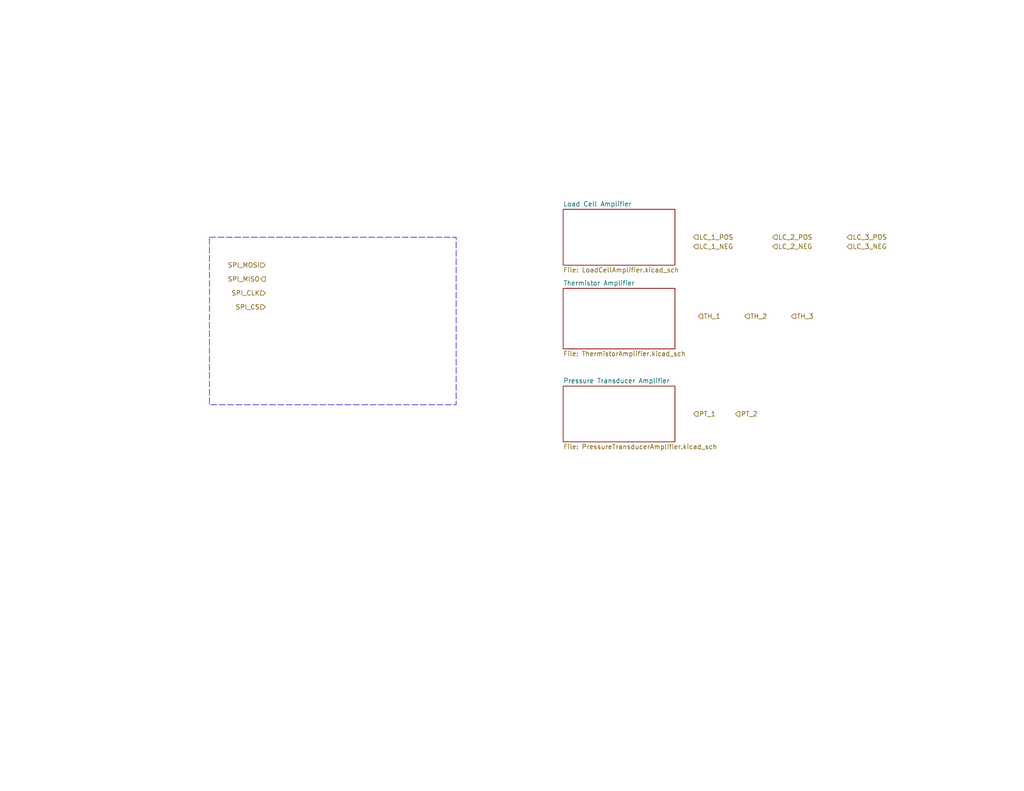
<source format=kicad_sch>
(kicad_sch
	(version 20231120)
	(generator "eeschema")
	(generator_version "8.0")
	(uuid "5659e154-d5aa-4e0f-9187-c95dcfc59c2f")
	(paper "A")
	(title_block
		(title "Unify")
		(date "2025-02-26")
		(rev "1")
		(company "Rocket Propulsion Group, UNL")
		(comment 1 "Jack Shaver")
	)
	(lib_symbols)
	(rectangle
		(start 57.15 64.77)
		(end 124.46 110.49)
		(stroke
			(width 0)
			(type dash)
		)
		(fill
			(type none)
		)
		(uuid 92d2bc6f-14fb-43b4-b99e-b560ef825077)
	)
	(hierarchical_label "TH_2"
		(shape input)
		(at 203.2 86.36 0)
		(fields_autoplaced yes)
		(effects
			(font
				(size 1.27 1.27)
			)
			(justify left)
		)
		(uuid "02dabc01-dd46-447d-93ed-8cf0ef117913")
	)
	(hierarchical_label "PT_2"
		(shape input)
		(at 200.66 113.03 0)
		(fields_autoplaced yes)
		(effects
			(font
				(size 1.27 1.27)
			)
			(justify left)
		)
		(uuid "0d1cf23c-e047-40f6-814b-cd9f587ba717")
	)
	(hierarchical_label "SPI_MOSI"
		(shape input)
		(at 72.39 72.39 180)
		(fields_autoplaced yes)
		(effects
			(font
				(size 1.27 1.27)
			)
			(justify right)
		)
		(uuid "433cb45e-b657-4ac5-8609-527246770e79")
	)
	(hierarchical_label "TH_3"
		(shape input)
		(at 215.9 86.36 0)
		(fields_autoplaced yes)
		(effects
			(font
				(size 1.27 1.27)
			)
			(justify left)
		)
		(uuid "4b249a7c-0903-4ae1-901e-619ac38a552d")
	)
	(hierarchical_label "SPI_MISO"
		(shape output)
		(at 72.39 76.2 180)
		(fields_autoplaced yes)
		(effects
			(font
				(size 1.27 1.27)
			)
			(justify right)
		)
		(uuid "4f80ccfb-68a0-44e7-ae96-ecfde1f2139e")
	)
	(hierarchical_label "LC_1_NEG"
		(shape input)
		(at 189.23 67.31 0)
		(fields_autoplaced yes)
		(effects
			(font
				(size 1.27 1.27)
			)
			(justify left)
		)
		(uuid "4fdc3c2d-0b7b-42c6-a900-313f27d88c85")
	)
	(hierarchical_label "LC_1_POS"
		(shape input)
		(at 189.23 64.77 0)
		(fields_autoplaced yes)
		(effects
			(font
				(size 1.27 1.27)
			)
			(justify left)
		)
		(uuid "62e49c94-c42e-4e83-8139-d23345e84d38")
	)
	(hierarchical_label "LC_2_POS"
		(shape input)
		(at 210.82 64.77 0)
		(fields_autoplaced yes)
		(effects
			(font
				(size 1.27 1.27)
			)
			(justify left)
		)
		(uuid "69940dbe-8abd-4f91-a23e-7df38237a639")
	)
	(hierarchical_label "SPI_CS"
		(shape input)
		(at 72.39 83.82 180)
		(fields_autoplaced yes)
		(effects
			(font
				(size 1.27 1.27)
			)
			(justify right)
		)
		(uuid "6e0e9923-c159-489d-951b-edd3b31b3aef")
	)
	(hierarchical_label "LC_3_NEG"
		(shape input)
		(at 231.14 67.31 0)
		(fields_autoplaced yes)
		(effects
			(font
				(size 1.27 1.27)
			)
			(justify left)
		)
		(uuid "af56968e-1dc4-4e78-aa70-e891c8f8c8ed")
	)
	(hierarchical_label "TH_1"
		(shape input)
		(at 190.5 86.36 0)
		(fields_autoplaced yes)
		(effects
			(font
				(size 1.27 1.27)
			)
			(justify left)
		)
		(uuid "b14835ba-4704-43eb-bb9a-46915fbb1812")
	)
	(hierarchical_label "LC_3_POS"
		(shape input)
		(at 231.14 64.77 0)
		(fields_autoplaced yes)
		(effects
			(font
				(size 1.27 1.27)
			)
			(justify left)
		)
		(uuid "b58410dd-b8c6-497e-a2a3-c75c3b0cce94")
	)
	(hierarchical_label "LC_2_NEG"
		(shape input)
		(at 210.82 67.31 0)
		(fields_autoplaced yes)
		(effects
			(font
				(size 1.27 1.27)
			)
			(justify left)
		)
		(uuid "b72d7ac6-e80f-4499-a605-8d62c283c824")
	)
	(hierarchical_label "SPI_CLK"
		(shape input)
		(at 72.39 80.01 180)
		(fields_autoplaced yes)
		(effects
			(font
				(size 1.27 1.27)
			)
			(justify right)
		)
		(uuid "b8b4b25e-b7cc-4f7d-b7c4-7f336a269b08")
	)
	(hierarchical_label "PT_1"
		(shape input)
		(at 189.23 113.03 0)
		(fields_autoplaced yes)
		(effects
			(font
				(size 1.27 1.27)
			)
			(justify left)
		)
		(uuid "f61063d6-d8e7-47cd-b274-f3469ded742d")
	)
	(sheet
		(at 153.67 78.74)
		(size 30.48 16.51)
		(fields_autoplaced yes)
		(stroke
			(width 0.1524)
			(type solid)
		)
		(fill
			(color 0 0 0 0.0000)
		)
		(uuid "0a2bd390-ac00-41d7-a8e9-1f8750486519")
		(property "Sheetname" "Thermistor Amplifier"
			(at 153.67 78.0284 0)
			(effects
				(font
					(size 1.27 1.27)
				)
				(justify left bottom)
			)
		)
		(property "Sheetfile" "ThermistorAmplifier.kicad_sch"
			(at 153.67 95.8346 0)
			(effects
				(font
					(size 1.27 1.27)
				)
				(justify left top)
			)
		)
		(instances
			(project "Unify_1"
				(path "/d7aca1e7-56c9-4872-aeb9-41a48900f4f9/97306078-1bcd-4a5e-bb39-f578babf865f"
					(page "9")
				)
			)
		)
	)
	(sheet
		(at 153.67 105.41)
		(size 30.48 15.24)
		(fields_autoplaced yes)
		(stroke
			(width 0.1524)
			(type solid)
		)
		(fill
			(color 0 0 0 0.0000)
		)
		(uuid "32096169-1a6b-4b50-814f-5c534ca4dca5")
		(property "Sheetname" "Pressure Transducer Amplifier"
			(at 153.67 104.6984 0)
			(effects
				(font
					(size 1.27 1.27)
				)
				(justify left bottom)
			)
		)
		(property "Sheetfile" "PressureTransducerAmplifier.kicad_sch"
			(at 153.67 121.2346 0)
			(effects
				(font
					(size 1.27 1.27)
				)
				(justify left top)
			)
		)
		(instances
			(project "Unify_1"
				(path "/d7aca1e7-56c9-4872-aeb9-41a48900f4f9/97306078-1bcd-4a5e-bb39-f578babf865f"
					(page "10")
				)
			)
		)
	)
	(sheet
		(at 153.67 57.15)
		(size 30.48 15.24)
		(fields_autoplaced yes)
		(stroke
			(width 0.1524)
			(type solid)
		)
		(fill
			(color 0 0 0 0.0000)
		)
		(uuid "9b384879-d6cc-4a28-b2e4-68f8ad68b5c5")
		(property "Sheetname" "Load Cell Amplifier"
			(at 153.67 56.4384 0)
			(effects
				(font
					(size 1.27 1.27)
				)
				(justify left bottom)
			)
		)
		(property "Sheetfile" "LoadCellAmplifier.kicad_sch"
			(at 153.67 72.9746 0)
			(effects
				(font
					(size 1.27 1.27)
				)
				(justify left top)
			)
		)
		(instances
			(project "Unify_1"
				(path "/d7aca1e7-56c9-4872-aeb9-41a48900f4f9/97306078-1bcd-4a5e-bb39-f578babf865f"
					(page "8")
				)
			)
		)
	)
)

</source>
